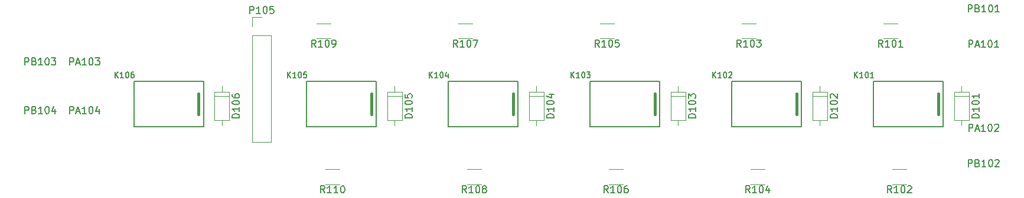
<source format=gto>
G04 #@! TF.FileFunction,Legend,Top*
%FSLAX46Y46*%
G04 Gerber Fmt 4.6, Leading zero omitted, Abs format (unit mm)*
G04 Created by KiCad (PCBNEW 4.0.4+e1-6308~48~ubuntu15.10.1-stable) date Fri Oct 20 15:41:00 2017*
%MOMM*%
%LPD*%
G01*
G04 APERTURE LIST*
%ADD10C,0.100000*%
%ADD11C,0.400000*%
%ADD12C,0.150000*%
%ADD13C,0.120000*%
%ADD14C,0.160000*%
G04 APERTURE END LIST*
D10*
D11*
X215765000Y-116125000D02*
X215765000Y-113125000D01*
D12*
X206465000Y-117875000D02*
X206465000Y-111375000D01*
X216465000Y-117875000D02*
X206465000Y-117875000D01*
X216465000Y-111375000D02*
X216465000Y-117875000D01*
X206465000Y-111375000D02*
X216465000Y-111375000D01*
D11*
X195445000Y-116125000D02*
X195445000Y-113125000D01*
D12*
X186145000Y-117875000D02*
X186145000Y-111375000D01*
X196145000Y-117875000D02*
X186145000Y-117875000D01*
X196145000Y-111375000D02*
X196145000Y-117875000D01*
X186145000Y-111375000D02*
X196145000Y-111375000D01*
D11*
X175125000Y-116125000D02*
X175125000Y-113125000D01*
D12*
X165825000Y-117875000D02*
X165825000Y-111375000D01*
X175825000Y-117875000D02*
X165825000Y-117875000D01*
X175825000Y-111375000D02*
X175825000Y-117875000D01*
X165825000Y-111375000D02*
X175825000Y-111375000D01*
D11*
X154805000Y-116125000D02*
X154805000Y-113125000D01*
D12*
X145505000Y-117875000D02*
X145505000Y-111375000D01*
X155505000Y-117875000D02*
X145505000Y-117875000D01*
X155505000Y-111375000D02*
X155505000Y-117875000D01*
X145505000Y-111375000D02*
X155505000Y-111375000D01*
D11*
X134485000Y-116125000D02*
X134485000Y-113125000D01*
D12*
X125185000Y-117875000D02*
X125185000Y-111375000D01*
X135185000Y-117875000D02*
X125185000Y-117875000D01*
X135185000Y-111375000D02*
X135185000Y-117875000D01*
X125185000Y-111375000D02*
X135185000Y-111375000D01*
D11*
X109720000Y-116125000D02*
X109720000Y-113125000D01*
D12*
X100420000Y-117875000D02*
X100420000Y-111375000D01*
X110420000Y-117875000D02*
X100420000Y-117875000D01*
X110420000Y-111375000D02*
X110420000Y-117875000D01*
X100420000Y-111375000D02*
X110420000Y-111375000D01*
D13*
X207915000Y-103070000D02*
X209915000Y-103070000D01*
X209915000Y-105210000D02*
X207915000Y-105210000D01*
X209185000Y-124025000D02*
X211185000Y-124025000D01*
X211185000Y-126165000D02*
X209185000Y-126165000D01*
X188865000Y-124025000D02*
X190865000Y-124025000D01*
X190865000Y-126165000D02*
X188865000Y-126165000D01*
X167275000Y-103070000D02*
X169275000Y-103070000D01*
X169275000Y-105210000D02*
X167275000Y-105210000D01*
X168545000Y-124025000D02*
X170545000Y-124025000D01*
X170545000Y-126165000D02*
X168545000Y-126165000D01*
X146955000Y-103070000D02*
X148955000Y-103070000D01*
X148955000Y-105210000D02*
X146955000Y-105210000D01*
X148225000Y-124025000D02*
X150225000Y-124025000D01*
X150225000Y-126165000D02*
X148225000Y-126165000D01*
X126635000Y-103070000D02*
X128635000Y-103070000D01*
X128635000Y-105210000D02*
X126635000Y-105210000D01*
X127905000Y-124025000D02*
X129905000Y-124025000D01*
X129905000Y-126165000D02*
X127905000Y-126165000D01*
X187595000Y-103070000D02*
X189595000Y-103070000D01*
X189595000Y-105210000D02*
X187595000Y-105210000D01*
X117415000Y-120075000D02*
X120075000Y-120075000D01*
X117415000Y-104775000D02*
X117415000Y-120075000D01*
X120075000Y-104775000D02*
X120075000Y-120075000D01*
X117415000Y-104775000D02*
X120075000Y-104775000D01*
X117415000Y-103505000D02*
X117415000Y-102175000D01*
X117415000Y-102175000D02*
X118745000Y-102175000D01*
X220135000Y-112875000D02*
X218015000Y-112875000D01*
X218015000Y-112875000D02*
X218015000Y-116995000D01*
X218015000Y-116995000D02*
X220135000Y-116995000D01*
X220135000Y-116995000D02*
X220135000Y-112875000D01*
X219075000Y-112105000D02*
X219075000Y-112875000D01*
X219075000Y-117765000D02*
X219075000Y-116995000D01*
X220135000Y-113535000D02*
X218015000Y-113535000D01*
X199815000Y-112875000D02*
X197695000Y-112875000D01*
X197695000Y-112875000D02*
X197695000Y-116995000D01*
X197695000Y-116995000D02*
X199815000Y-116995000D01*
X199815000Y-116995000D02*
X199815000Y-112875000D01*
X198755000Y-112105000D02*
X198755000Y-112875000D01*
X198755000Y-117765000D02*
X198755000Y-116995000D01*
X199815000Y-113535000D02*
X197695000Y-113535000D01*
X179495000Y-112875000D02*
X177375000Y-112875000D01*
X177375000Y-112875000D02*
X177375000Y-116995000D01*
X177375000Y-116995000D02*
X179495000Y-116995000D01*
X179495000Y-116995000D02*
X179495000Y-112875000D01*
X178435000Y-112105000D02*
X178435000Y-112875000D01*
X178435000Y-117765000D02*
X178435000Y-116995000D01*
X179495000Y-113535000D02*
X177375000Y-113535000D01*
X159175000Y-112875000D02*
X157055000Y-112875000D01*
X157055000Y-112875000D02*
X157055000Y-116995000D01*
X157055000Y-116995000D02*
X159175000Y-116995000D01*
X159175000Y-116995000D02*
X159175000Y-112875000D01*
X158115000Y-112105000D02*
X158115000Y-112875000D01*
X158115000Y-117765000D02*
X158115000Y-116995000D01*
X159175000Y-113535000D02*
X157055000Y-113535000D01*
X114090000Y-112875000D02*
X111970000Y-112875000D01*
X111970000Y-112875000D02*
X111970000Y-116995000D01*
X111970000Y-116995000D02*
X114090000Y-116995000D01*
X114090000Y-116995000D02*
X114090000Y-112875000D01*
X113030000Y-112105000D02*
X113030000Y-112875000D01*
X113030000Y-117765000D02*
X113030000Y-116995000D01*
X114090000Y-113535000D02*
X111970000Y-113535000D01*
X138855000Y-112875000D02*
X136735000Y-112875000D01*
X136735000Y-112875000D02*
X136735000Y-116995000D01*
X136735000Y-116995000D02*
X138855000Y-116995000D01*
X138855000Y-116995000D02*
X138855000Y-112875000D01*
X137795000Y-112105000D02*
X137795000Y-112875000D01*
X137795000Y-117765000D02*
X137795000Y-116995000D01*
X138855000Y-113535000D02*
X136735000Y-113535000D01*
D14*
X203752619Y-110851905D02*
X203752619Y-110051905D01*
X204209762Y-110851905D02*
X203866905Y-110394762D01*
X204209762Y-110051905D02*
X203752619Y-110509048D01*
X204971667Y-110851905D02*
X204514524Y-110851905D01*
X204743095Y-110851905D02*
X204743095Y-110051905D01*
X204666905Y-110166190D01*
X204590714Y-110242381D01*
X204514524Y-110280476D01*
X205466905Y-110051905D02*
X205543096Y-110051905D01*
X205619286Y-110090000D01*
X205657381Y-110128095D01*
X205695477Y-110204286D01*
X205733572Y-110356667D01*
X205733572Y-110547143D01*
X205695477Y-110699524D01*
X205657381Y-110775714D01*
X205619286Y-110813810D01*
X205543096Y-110851905D01*
X205466905Y-110851905D01*
X205390715Y-110813810D01*
X205352619Y-110775714D01*
X205314524Y-110699524D01*
X205276429Y-110547143D01*
X205276429Y-110356667D01*
X205314524Y-110204286D01*
X205352619Y-110128095D01*
X205390715Y-110090000D01*
X205466905Y-110051905D01*
X206495477Y-110851905D02*
X206038334Y-110851905D01*
X206266905Y-110851905D02*
X206266905Y-110051905D01*
X206190715Y-110166190D01*
X206114524Y-110242381D01*
X206038334Y-110280476D01*
X183432619Y-110851905D02*
X183432619Y-110051905D01*
X183889762Y-110851905D02*
X183546905Y-110394762D01*
X183889762Y-110051905D02*
X183432619Y-110509048D01*
X184651667Y-110851905D02*
X184194524Y-110851905D01*
X184423095Y-110851905D02*
X184423095Y-110051905D01*
X184346905Y-110166190D01*
X184270714Y-110242381D01*
X184194524Y-110280476D01*
X185146905Y-110051905D02*
X185223096Y-110051905D01*
X185299286Y-110090000D01*
X185337381Y-110128095D01*
X185375477Y-110204286D01*
X185413572Y-110356667D01*
X185413572Y-110547143D01*
X185375477Y-110699524D01*
X185337381Y-110775714D01*
X185299286Y-110813810D01*
X185223096Y-110851905D01*
X185146905Y-110851905D01*
X185070715Y-110813810D01*
X185032619Y-110775714D01*
X184994524Y-110699524D01*
X184956429Y-110547143D01*
X184956429Y-110356667D01*
X184994524Y-110204286D01*
X185032619Y-110128095D01*
X185070715Y-110090000D01*
X185146905Y-110051905D01*
X185718334Y-110128095D02*
X185756429Y-110090000D01*
X185832620Y-110051905D01*
X186023096Y-110051905D01*
X186099286Y-110090000D01*
X186137382Y-110128095D01*
X186175477Y-110204286D01*
X186175477Y-110280476D01*
X186137382Y-110394762D01*
X185680239Y-110851905D01*
X186175477Y-110851905D01*
X163112619Y-110851905D02*
X163112619Y-110051905D01*
X163569762Y-110851905D02*
X163226905Y-110394762D01*
X163569762Y-110051905D02*
X163112619Y-110509048D01*
X164331667Y-110851905D02*
X163874524Y-110851905D01*
X164103095Y-110851905D02*
X164103095Y-110051905D01*
X164026905Y-110166190D01*
X163950714Y-110242381D01*
X163874524Y-110280476D01*
X164826905Y-110051905D02*
X164903096Y-110051905D01*
X164979286Y-110090000D01*
X165017381Y-110128095D01*
X165055477Y-110204286D01*
X165093572Y-110356667D01*
X165093572Y-110547143D01*
X165055477Y-110699524D01*
X165017381Y-110775714D01*
X164979286Y-110813810D01*
X164903096Y-110851905D01*
X164826905Y-110851905D01*
X164750715Y-110813810D01*
X164712619Y-110775714D01*
X164674524Y-110699524D01*
X164636429Y-110547143D01*
X164636429Y-110356667D01*
X164674524Y-110204286D01*
X164712619Y-110128095D01*
X164750715Y-110090000D01*
X164826905Y-110051905D01*
X165360239Y-110051905D02*
X165855477Y-110051905D01*
X165588810Y-110356667D01*
X165703096Y-110356667D01*
X165779286Y-110394762D01*
X165817382Y-110432857D01*
X165855477Y-110509048D01*
X165855477Y-110699524D01*
X165817382Y-110775714D01*
X165779286Y-110813810D01*
X165703096Y-110851905D01*
X165474524Y-110851905D01*
X165398334Y-110813810D01*
X165360239Y-110775714D01*
X142792619Y-110851905D02*
X142792619Y-110051905D01*
X143249762Y-110851905D02*
X142906905Y-110394762D01*
X143249762Y-110051905D02*
X142792619Y-110509048D01*
X144011667Y-110851905D02*
X143554524Y-110851905D01*
X143783095Y-110851905D02*
X143783095Y-110051905D01*
X143706905Y-110166190D01*
X143630714Y-110242381D01*
X143554524Y-110280476D01*
X144506905Y-110051905D02*
X144583096Y-110051905D01*
X144659286Y-110090000D01*
X144697381Y-110128095D01*
X144735477Y-110204286D01*
X144773572Y-110356667D01*
X144773572Y-110547143D01*
X144735477Y-110699524D01*
X144697381Y-110775714D01*
X144659286Y-110813810D01*
X144583096Y-110851905D01*
X144506905Y-110851905D01*
X144430715Y-110813810D01*
X144392619Y-110775714D01*
X144354524Y-110699524D01*
X144316429Y-110547143D01*
X144316429Y-110356667D01*
X144354524Y-110204286D01*
X144392619Y-110128095D01*
X144430715Y-110090000D01*
X144506905Y-110051905D01*
X145459286Y-110318571D02*
X145459286Y-110851905D01*
X145268810Y-110013810D02*
X145078334Y-110585238D01*
X145573572Y-110585238D01*
X122472619Y-110851905D02*
X122472619Y-110051905D01*
X122929762Y-110851905D02*
X122586905Y-110394762D01*
X122929762Y-110051905D02*
X122472619Y-110509048D01*
X123691667Y-110851905D02*
X123234524Y-110851905D01*
X123463095Y-110851905D02*
X123463095Y-110051905D01*
X123386905Y-110166190D01*
X123310714Y-110242381D01*
X123234524Y-110280476D01*
X124186905Y-110051905D02*
X124263096Y-110051905D01*
X124339286Y-110090000D01*
X124377381Y-110128095D01*
X124415477Y-110204286D01*
X124453572Y-110356667D01*
X124453572Y-110547143D01*
X124415477Y-110699524D01*
X124377381Y-110775714D01*
X124339286Y-110813810D01*
X124263096Y-110851905D01*
X124186905Y-110851905D01*
X124110715Y-110813810D01*
X124072619Y-110775714D01*
X124034524Y-110699524D01*
X123996429Y-110547143D01*
X123996429Y-110356667D01*
X124034524Y-110204286D01*
X124072619Y-110128095D01*
X124110715Y-110090000D01*
X124186905Y-110051905D01*
X125177382Y-110051905D02*
X124796429Y-110051905D01*
X124758334Y-110432857D01*
X124796429Y-110394762D01*
X124872620Y-110356667D01*
X125063096Y-110356667D01*
X125139286Y-110394762D01*
X125177382Y-110432857D01*
X125215477Y-110509048D01*
X125215477Y-110699524D01*
X125177382Y-110775714D01*
X125139286Y-110813810D01*
X125063096Y-110851905D01*
X124872620Y-110851905D01*
X124796429Y-110813810D01*
X124758334Y-110775714D01*
X97707619Y-110851905D02*
X97707619Y-110051905D01*
X98164762Y-110851905D02*
X97821905Y-110394762D01*
X98164762Y-110051905D02*
X97707619Y-110509048D01*
X98926667Y-110851905D02*
X98469524Y-110851905D01*
X98698095Y-110851905D02*
X98698095Y-110051905D01*
X98621905Y-110166190D01*
X98545714Y-110242381D01*
X98469524Y-110280476D01*
X99421905Y-110051905D02*
X99498096Y-110051905D01*
X99574286Y-110090000D01*
X99612381Y-110128095D01*
X99650477Y-110204286D01*
X99688572Y-110356667D01*
X99688572Y-110547143D01*
X99650477Y-110699524D01*
X99612381Y-110775714D01*
X99574286Y-110813810D01*
X99498096Y-110851905D01*
X99421905Y-110851905D01*
X99345715Y-110813810D01*
X99307619Y-110775714D01*
X99269524Y-110699524D01*
X99231429Y-110547143D01*
X99231429Y-110356667D01*
X99269524Y-110204286D01*
X99307619Y-110128095D01*
X99345715Y-110090000D01*
X99421905Y-110051905D01*
X100374286Y-110051905D02*
X100221905Y-110051905D01*
X100145715Y-110090000D01*
X100107620Y-110128095D01*
X100031429Y-110242381D01*
X99993334Y-110394762D01*
X99993334Y-110699524D01*
X100031429Y-110775714D01*
X100069524Y-110813810D01*
X100145715Y-110851905D01*
X100298096Y-110851905D01*
X100374286Y-110813810D01*
X100412382Y-110775714D01*
X100450477Y-110699524D01*
X100450477Y-110509048D01*
X100412382Y-110432857D01*
X100374286Y-110394762D01*
X100298096Y-110356667D01*
X100145715Y-110356667D01*
X100069524Y-110394762D01*
X100031429Y-110432857D01*
X99993334Y-110509048D01*
D12*
X220130952Y-106497381D02*
X220130952Y-105497381D01*
X220511905Y-105497381D01*
X220607143Y-105545000D01*
X220654762Y-105592619D01*
X220702381Y-105687857D01*
X220702381Y-105830714D01*
X220654762Y-105925952D01*
X220607143Y-105973571D01*
X220511905Y-106021190D01*
X220130952Y-106021190D01*
X221083333Y-106211667D02*
X221559524Y-106211667D01*
X220988095Y-106497381D02*
X221321428Y-105497381D01*
X221654762Y-106497381D01*
X222511905Y-106497381D02*
X221940476Y-106497381D01*
X222226190Y-106497381D02*
X222226190Y-105497381D01*
X222130952Y-105640238D01*
X222035714Y-105735476D01*
X221940476Y-105783095D01*
X223130952Y-105497381D02*
X223226191Y-105497381D01*
X223321429Y-105545000D01*
X223369048Y-105592619D01*
X223416667Y-105687857D01*
X223464286Y-105878333D01*
X223464286Y-106116429D01*
X223416667Y-106306905D01*
X223369048Y-106402143D01*
X223321429Y-106449762D01*
X223226191Y-106497381D01*
X223130952Y-106497381D01*
X223035714Y-106449762D01*
X222988095Y-106402143D01*
X222940476Y-106306905D01*
X222892857Y-106116429D01*
X222892857Y-105878333D01*
X222940476Y-105687857D01*
X222988095Y-105592619D01*
X223035714Y-105545000D01*
X223130952Y-105497381D01*
X224416667Y-106497381D02*
X223845238Y-106497381D01*
X224130952Y-106497381D02*
X224130952Y-105497381D01*
X224035714Y-105640238D01*
X223940476Y-105735476D01*
X223845238Y-105783095D01*
X220130952Y-118562381D02*
X220130952Y-117562381D01*
X220511905Y-117562381D01*
X220607143Y-117610000D01*
X220654762Y-117657619D01*
X220702381Y-117752857D01*
X220702381Y-117895714D01*
X220654762Y-117990952D01*
X220607143Y-118038571D01*
X220511905Y-118086190D01*
X220130952Y-118086190D01*
X221083333Y-118276667D02*
X221559524Y-118276667D01*
X220988095Y-118562381D02*
X221321428Y-117562381D01*
X221654762Y-118562381D01*
X222511905Y-118562381D02*
X221940476Y-118562381D01*
X222226190Y-118562381D02*
X222226190Y-117562381D01*
X222130952Y-117705238D01*
X222035714Y-117800476D01*
X221940476Y-117848095D01*
X223130952Y-117562381D02*
X223226191Y-117562381D01*
X223321429Y-117610000D01*
X223369048Y-117657619D01*
X223416667Y-117752857D01*
X223464286Y-117943333D01*
X223464286Y-118181429D01*
X223416667Y-118371905D01*
X223369048Y-118467143D01*
X223321429Y-118514762D01*
X223226191Y-118562381D01*
X223130952Y-118562381D01*
X223035714Y-118514762D01*
X222988095Y-118467143D01*
X222940476Y-118371905D01*
X222892857Y-118181429D01*
X222892857Y-117943333D01*
X222940476Y-117752857D01*
X222988095Y-117657619D01*
X223035714Y-117610000D01*
X223130952Y-117562381D01*
X223845238Y-117657619D02*
X223892857Y-117610000D01*
X223988095Y-117562381D01*
X224226191Y-117562381D01*
X224321429Y-117610000D01*
X224369048Y-117657619D01*
X224416667Y-117752857D01*
X224416667Y-117848095D01*
X224369048Y-117990952D01*
X223797619Y-118562381D01*
X224416667Y-118562381D01*
X91225952Y-109037381D02*
X91225952Y-108037381D01*
X91606905Y-108037381D01*
X91702143Y-108085000D01*
X91749762Y-108132619D01*
X91797381Y-108227857D01*
X91797381Y-108370714D01*
X91749762Y-108465952D01*
X91702143Y-108513571D01*
X91606905Y-108561190D01*
X91225952Y-108561190D01*
X92178333Y-108751667D02*
X92654524Y-108751667D01*
X92083095Y-109037381D02*
X92416428Y-108037381D01*
X92749762Y-109037381D01*
X93606905Y-109037381D02*
X93035476Y-109037381D01*
X93321190Y-109037381D02*
X93321190Y-108037381D01*
X93225952Y-108180238D01*
X93130714Y-108275476D01*
X93035476Y-108323095D01*
X94225952Y-108037381D02*
X94321191Y-108037381D01*
X94416429Y-108085000D01*
X94464048Y-108132619D01*
X94511667Y-108227857D01*
X94559286Y-108418333D01*
X94559286Y-108656429D01*
X94511667Y-108846905D01*
X94464048Y-108942143D01*
X94416429Y-108989762D01*
X94321191Y-109037381D01*
X94225952Y-109037381D01*
X94130714Y-108989762D01*
X94083095Y-108942143D01*
X94035476Y-108846905D01*
X93987857Y-108656429D01*
X93987857Y-108418333D01*
X94035476Y-108227857D01*
X94083095Y-108132619D01*
X94130714Y-108085000D01*
X94225952Y-108037381D01*
X94892619Y-108037381D02*
X95511667Y-108037381D01*
X95178333Y-108418333D01*
X95321191Y-108418333D01*
X95416429Y-108465952D01*
X95464048Y-108513571D01*
X95511667Y-108608810D01*
X95511667Y-108846905D01*
X95464048Y-108942143D01*
X95416429Y-108989762D01*
X95321191Y-109037381D01*
X95035476Y-109037381D01*
X94940238Y-108989762D01*
X94892619Y-108942143D01*
X91225952Y-116022381D02*
X91225952Y-115022381D01*
X91606905Y-115022381D01*
X91702143Y-115070000D01*
X91749762Y-115117619D01*
X91797381Y-115212857D01*
X91797381Y-115355714D01*
X91749762Y-115450952D01*
X91702143Y-115498571D01*
X91606905Y-115546190D01*
X91225952Y-115546190D01*
X92178333Y-115736667D02*
X92654524Y-115736667D01*
X92083095Y-116022381D02*
X92416428Y-115022381D01*
X92749762Y-116022381D01*
X93606905Y-116022381D02*
X93035476Y-116022381D01*
X93321190Y-116022381D02*
X93321190Y-115022381D01*
X93225952Y-115165238D01*
X93130714Y-115260476D01*
X93035476Y-115308095D01*
X94225952Y-115022381D02*
X94321191Y-115022381D01*
X94416429Y-115070000D01*
X94464048Y-115117619D01*
X94511667Y-115212857D01*
X94559286Y-115403333D01*
X94559286Y-115641429D01*
X94511667Y-115831905D01*
X94464048Y-115927143D01*
X94416429Y-115974762D01*
X94321191Y-116022381D01*
X94225952Y-116022381D01*
X94130714Y-115974762D01*
X94083095Y-115927143D01*
X94035476Y-115831905D01*
X93987857Y-115641429D01*
X93987857Y-115403333D01*
X94035476Y-115212857D01*
X94083095Y-115117619D01*
X94130714Y-115070000D01*
X94225952Y-115022381D01*
X95416429Y-115355714D02*
X95416429Y-116022381D01*
X95178333Y-114974762D02*
X94940238Y-115689048D01*
X95559286Y-115689048D01*
X220059524Y-101417381D02*
X220059524Y-100417381D01*
X220440477Y-100417381D01*
X220535715Y-100465000D01*
X220583334Y-100512619D01*
X220630953Y-100607857D01*
X220630953Y-100750714D01*
X220583334Y-100845952D01*
X220535715Y-100893571D01*
X220440477Y-100941190D01*
X220059524Y-100941190D01*
X221392858Y-100893571D02*
X221535715Y-100941190D01*
X221583334Y-100988810D01*
X221630953Y-101084048D01*
X221630953Y-101226905D01*
X221583334Y-101322143D01*
X221535715Y-101369762D01*
X221440477Y-101417381D01*
X221059524Y-101417381D01*
X221059524Y-100417381D01*
X221392858Y-100417381D01*
X221488096Y-100465000D01*
X221535715Y-100512619D01*
X221583334Y-100607857D01*
X221583334Y-100703095D01*
X221535715Y-100798333D01*
X221488096Y-100845952D01*
X221392858Y-100893571D01*
X221059524Y-100893571D01*
X222583334Y-101417381D02*
X222011905Y-101417381D01*
X222297619Y-101417381D02*
X222297619Y-100417381D01*
X222202381Y-100560238D01*
X222107143Y-100655476D01*
X222011905Y-100703095D01*
X223202381Y-100417381D02*
X223297620Y-100417381D01*
X223392858Y-100465000D01*
X223440477Y-100512619D01*
X223488096Y-100607857D01*
X223535715Y-100798333D01*
X223535715Y-101036429D01*
X223488096Y-101226905D01*
X223440477Y-101322143D01*
X223392858Y-101369762D01*
X223297620Y-101417381D01*
X223202381Y-101417381D01*
X223107143Y-101369762D01*
X223059524Y-101322143D01*
X223011905Y-101226905D01*
X222964286Y-101036429D01*
X222964286Y-100798333D01*
X223011905Y-100607857D01*
X223059524Y-100512619D01*
X223107143Y-100465000D01*
X223202381Y-100417381D01*
X224488096Y-101417381D02*
X223916667Y-101417381D01*
X224202381Y-101417381D02*
X224202381Y-100417381D01*
X224107143Y-100560238D01*
X224011905Y-100655476D01*
X223916667Y-100703095D01*
X220059524Y-123642381D02*
X220059524Y-122642381D01*
X220440477Y-122642381D01*
X220535715Y-122690000D01*
X220583334Y-122737619D01*
X220630953Y-122832857D01*
X220630953Y-122975714D01*
X220583334Y-123070952D01*
X220535715Y-123118571D01*
X220440477Y-123166190D01*
X220059524Y-123166190D01*
X221392858Y-123118571D02*
X221535715Y-123166190D01*
X221583334Y-123213810D01*
X221630953Y-123309048D01*
X221630953Y-123451905D01*
X221583334Y-123547143D01*
X221535715Y-123594762D01*
X221440477Y-123642381D01*
X221059524Y-123642381D01*
X221059524Y-122642381D01*
X221392858Y-122642381D01*
X221488096Y-122690000D01*
X221535715Y-122737619D01*
X221583334Y-122832857D01*
X221583334Y-122928095D01*
X221535715Y-123023333D01*
X221488096Y-123070952D01*
X221392858Y-123118571D01*
X221059524Y-123118571D01*
X222583334Y-123642381D02*
X222011905Y-123642381D01*
X222297619Y-123642381D02*
X222297619Y-122642381D01*
X222202381Y-122785238D01*
X222107143Y-122880476D01*
X222011905Y-122928095D01*
X223202381Y-122642381D02*
X223297620Y-122642381D01*
X223392858Y-122690000D01*
X223440477Y-122737619D01*
X223488096Y-122832857D01*
X223535715Y-123023333D01*
X223535715Y-123261429D01*
X223488096Y-123451905D01*
X223440477Y-123547143D01*
X223392858Y-123594762D01*
X223297620Y-123642381D01*
X223202381Y-123642381D01*
X223107143Y-123594762D01*
X223059524Y-123547143D01*
X223011905Y-123451905D01*
X222964286Y-123261429D01*
X222964286Y-123023333D01*
X223011905Y-122832857D01*
X223059524Y-122737619D01*
X223107143Y-122690000D01*
X223202381Y-122642381D01*
X223916667Y-122737619D02*
X223964286Y-122690000D01*
X224059524Y-122642381D01*
X224297620Y-122642381D01*
X224392858Y-122690000D01*
X224440477Y-122737619D01*
X224488096Y-122832857D01*
X224488096Y-122928095D01*
X224440477Y-123070952D01*
X223869048Y-123642381D01*
X224488096Y-123642381D01*
X84804524Y-109037381D02*
X84804524Y-108037381D01*
X85185477Y-108037381D01*
X85280715Y-108085000D01*
X85328334Y-108132619D01*
X85375953Y-108227857D01*
X85375953Y-108370714D01*
X85328334Y-108465952D01*
X85280715Y-108513571D01*
X85185477Y-108561190D01*
X84804524Y-108561190D01*
X86137858Y-108513571D02*
X86280715Y-108561190D01*
X86328334Y-108608810D01*
X86375953Y-108704048D01*
X86375953Y-108846905D01*
X86328334Y-108942143D01*
X86280715Y-108989762D01*
X86185477Y-109037381D01*
X85804524Y-109037381D01*
X85804524Y-108037381D01*
X86137858Y-108037381D01*
X86233096Y-108085000D01*
X86280715Y-108132619D01*
X86328334Y-108227857D01*
X86328334Y-108323095D01*
X86280715Y-108418333D01*
X86233096Y-108465952D01*
X86137858Y-108513571D01*
X85804524Y-108513571D01*
X87328334Y-109037381D02*
X86756905Y-109037381D01*
X87042619Y-109037381D02*
X87042619Y-108037381D01*
X86947381Y-108180238D01*
X86852143Y-108275476D01*
X86756905Y-108323095D01*
X87947381Y-108037381D02*
X88042620Y-108037381D01*
X88137858Y-108085000D01*
X88185477Y-108132619D01*
X88233096Y-108227857D01*
X88280715Y-108418333D01*
X88280715Y-108656429D01*
X88233096Y-108846905D01*
X88185477Y-108942143D01*
X88137858Y-108989762D01*
X88042620Y-109037381D01*
X87947381Y-109037381D01*
X87852143Y-108989762D01*
X87804524Y-108942143D01*
X87756905Y-108846905D01*
X87709286Y-108656429D01*
X87709286Y-108418333D01*
X87756905Y-108227857D01*
X87804524Y-108132619D01*
X87852143Y-108085000D01*
X87947381Y-108037381D01*
X88614048Y-108037381D02*
X89233096Y-108037381D01*
X88899762Y-108418333D01*
X89042620Y-108418333D01*
X89137858Y-108465952D01*
X89185477Y-108513571D01*
X89233096Y-108608810D01*
X89233096Y-108846905D01*
X89185477Y-108942143D01*
X89137858Y-108989762D01*
X89042620Y-109037381D01*
X88756905Y-109037381D01*
X88661667Y-108989762D01*
X88614048Y-108942143D01*
X84804524Y-116022381D02*
X84804524Y-115022381D01*
X85185477Y-115022381D01*
X85280715Y-115070000D01*
X85328334Y-115117619D01*
X85375953Y-115212857D01*
X85375953Y-115355714D01*
X85328334Y-115450952D01*
X85280715Y-115498571D01*
X85185477Y-115546190D01*
X84804524Y-115546190D01*
X86137858Y-115498571D02*
X86280715Y-115546190D01*
X86328334Y-115593810D01*
X86375953Y-115689048D01*
X86375953Y-115831905D01*
X86328334Y-115927143D01*
X86280715Y-115974762D01*
X86185477Y-116022381D01*
X85804524Y-116022381D01*
X85804524Y-115022381D01*
X86137858Y-115022381D01*
X86233096Y-115070000D01*
X86280715Y-115117619D01*
X86328334Y-115212857D01*
X86328334Y-115308095D01*
X86280715Y-115403333D01*
X86233096Y-115450952D01*
X86137858Y-115498571D01*
X85804524Y-115498571D01*
X87328334Y-116022381D02*
X86756905Y-116022381D01*
X87042619Y-116022381D02*
X87042619Y-115022381D01*
X86947381Y-115165238D01*
X86852143Y-115260476D01*
X86756905Y-115308095D01*
X87947381Y-115022381D02*
X88042620Y-115022381D01*
X88137858Y-115070000D01*
X88185477Y-115117619D01*
X88233096Y-115212857D01*
X88280715Y-115403333D01*
X88280715Y-115641429D01*
X88233096Y-115831905D01*
X88185477Y-115927143D01*
X88137858Y-115974762D01*
X88042620Y-116022381D01*
X87947381Y-116022381D01*
X87852143Y-115974762D01*
X87804524Y-115927143D01*
X87756905Y-115831905D01*
X87709286Y-115641429D01*
X87709286Y-115403333D01*
X87756905Y-115212857D01*
X87804524Y-115117619D01*
X87852143Y-115070000D01*
X87947381Y-115022381D01*
X89137858Y-115355714D02*
X89137858Y-116022381D01*
X88899762Y-114974762D02*
X88661667Y-115689048D01*
X89280715Y-115689048D01*
X207795953Y-106442381D02*
X207462619Y-105966190D01*
X207224524Y-106442381D02*
X207224524Y-105442381D01*
X207605477Y-105442381D01*
X207700715Y-105490000D01*
X207748334Y-105537619D01*
X207795953Y-105632857D01*
X207795953Y-105775714D01*
X207748334Y-105870952D01*
X207700715Y-105918571D01*
X207605477Y-105966190D01*
X207224524Y-105966190D01*
X208748334Y-106442381D02*
X208176905Y-106442381D01*
X208462619Y-106442381D02*
X208462619Y-105442381D01*
X208367381Y-105585238D01*
X208272143Y-105680476D01*
X208176905Y-105728095D01*
X209367381Y-105442381D02*
X209462620Y-105442381D01*
X209557858Y-105490000D01*
X209605477Y-105537619D01*
X209653096Y-105632857D01*
X209700715Y-105823333D01*
X209700715Y-106061429D01*
X209653096Y-106251905D01*
X209605477Y-106347143D01*
X209557858Y-106394762D01*
X209462620Y-106442381D01*
X209367381Y-106442381D01*
X209272143Y-106394762D01*
X209224524Y-106347143D01*
X209176905Y-106251905D01*
X209129286Y-106061429D01*
X209129286Y-105823333D01*
X209176905Y-105632857D01*
X209224524Y-105537619D01*
X209272143Y-105490000D01*
X209367381Y-105442381D01*
X210653096Y-106442381D02*
X210081667Y-106442381D01*
X210367381Y-106442381D02*
X210367381Y-105442381D01*
X210272143Y-105585238D01*
X210176905Y-105680476D01*
X210081667Y-105728095D01*
X209065953Y-127397381D02*
X208732619Y-126921190D01*
X208494524Y-127397381D02*
X208494524Y-126397381D01*
X208875477Y-126397381D01*
X208970715Y-126445000D01*
X209018334Y-126492619D01*
X209065953Y-126587857D01*
X209065953Y-126730714D01*
X209018334Y-126825952D01*
X208970715Y-126873571D01*
X208875477Y-126921190D01*
X208494524Y-126921190D01*
X210018334Y-127397381D02*
X209446905Y-127397381D01*
X209732619Y-127397381D02*
X209732619Y-126397381D01*
X209637381Y-126540238D01*
X209542143Y-126635476D01*
X209446905Y-126683095D01*
X210637381Y-126397381D02*
X210732620Y-126397381D01*
X210827858Y-126445000D01*
X210875477Y-126492619D01*
X210923096Y-126587857D01*
X210970715Y-126778333D01*
X210970715Y-127016429D01*
X210923096Y-127206905D01*
X210875477Y-127302143D01*
X210827858Y-127349762D01*
X210732620Y-127397381D01*
X210637381Y-127397381D01*
X210542143Y-127349762D01*
X210494524Y-127302143D01*
X210446905Y-127206905D01*
X210399286Y-127016429D01*
X210399286Y-126778333D01*
X210446905Y-126587857D01*
X210494524Y-126492619D01*
X210542143Y-126445000D01*
X210637381Y-126397381D01*
X211351667Y-126492619D02*
X211399286Y-126445000D01*
X211494524Y-126397381D01*
X211732620Y-126397381D01*
X211827858Y-126445000D01*
X211875477Y-126492619D01*
X211923096Y-126587857D01*
X211923096Y-126683095D01*
X211875477Y-126825952D01*
X211304048Y-127397381D01*
X211923096Y-127397381D01*
X188745953Y-127397381D02*
X188412619Y-126921190D01*
X188174524Y-127397381D02*
X188174524Y-126397381D01*
X188555477Y-126397381D01*
X188650715Y-126445000D01*
X188698334Y-126492619D01*
X188745953Y-126587857D01*
X188745953Y-126730714D01*
X188698334Y-126825952D01*
X188650715Y-126873571D01*
X188555477Y-126921190D01*
X188174524Y-126921190D01*
X189698334Y-127397381D02*
X189126905Y-127397381D01*
X189412619Y-127397381D02*
X189412619Y-126397381D01*
X189317381Y-126540238D01*
X189222143Y-126635476D01*
X189126905Y-126683095D01*
X190317381Y-126397381D02*
X190412620Y-126397381D01*
X190507858Y-126445000D01*
X190555477Y-126492619D01*
X190603096Y-126587857D01*
X190650715Y-126778333D01*
X190650715Y-127016429D01*
X190603096Y-127206905D01*
X190555477Y-127302143D01*
X190507858Y-127349762D01*
X190412620Y-127397381D01*
X190317381Y-127397381D01*
X190222143Y-127349762D01*
X190174524Y-127302143D01*
X190126905Y-127206905D01*
X190079286Y-127016429D01*
X190079286Y-126778333D01*
X190126905Y-126587857D01*
X190174524Y-126492619D01*
X190222143Y-126445000D01*
X190317381Y-126397381D01*
X191507858Y-126730714D02*
X191507858Y-127397381D01*
X191269762Y-126349762D02*
X191031667Y-127064048D01*
X191650715Y-127064048D01*
X167155953Y-106442381D02*
X166822619Y-105966190D01*
X166584524Y-106442381D02*
X166584524Y-105442381D01*
X166965477Y-105442381D01*
X167060715Y-105490000D01*
X167108334Y-105537619D01*
X167155953Y-105632857D01*
X167155953Y-105775714D01*
X167108334Y-105870952D01*
X167060715Y-105918571D01*
X166965477Y-105966190D01*
X166584524Y-105966190D01*
X168108334Y-106442381D02*
X167536905Y-106442381D01*
X167822619Y-106442381D02*
X167822619Y-105442381D01*
X167727381Y-105585238D01*
X167632143Y-105680476D01*
X167536905Y-105728095D01*
X168727381Y-105442381D02*
X168822620Y-105442381D01*
X168917858Y-105490000D01*
X168965477Y-105537619D01*
X169013096Y-105632857D01*
X169060715Y-105823333D01*
X169060715Y-106061429D01*
X169013096Y-106251905D01*
X168965477Y-106347143D01*
X168917858Y-106394762D01*
X168822620Y-106442381D01*
X168727381Y-106442381D01*
X168632143Y-106394762D01*
X168584524Y-106347143D01*
X168536905Y-106251905D01*
X168489286Y-106061429D01*
X168489286Y-105823333D01*
X168536905Y-105632857D01*
X168584524Y-105537619D01*
X168632143Y-105490000D01*
X168727381Y-105442381D01*
X169965477Y-105442381D02*
X169489286Y-105442381D01*
X169441667Y-105918571D01*
X169489286Y-105870952D01*
X169584524Y-105823333D01*
X169822620Y-105823333D01*
X169917858Y-105870952D01*
X169965477Y-105918571D01*
X170013096Y-106013810D01*
X170013096Y-106251905D01*
X169965477Y-106347143D01*
X169917858Y-106394762D01*
X169822620Y-106442381D01*
X169584524Y-106442381D01*
X169489286Y-106394762D01*
X169441667Y-106347143D01*
X168425953Y-127397381D02*
X168092619Y-126921190D01*
X167854524Y-127397381D02*
X167854524Y-126397381D01*
X168235477Y-126397381D01*
X168330715Y-126445000D01*
X168378334Y-126492619D01*
X168425953Y-126587857D01*
X168425953Y-126730714D01*
X168378334Y-126825952D01*
X168330715Y-126873571D01*
X168235477Y-126921190D01*
X167854524Y-126921190D01*
X169378334Y-127397381D02*
X168806905Y-127397381D01*
X169092619Y-127397381D02*
X169092619Y-126397381D01*
X168997381Y-126540238D01*
X168902143Y-126635476D01*
X168806905Y-126683095D01*
X169997381Y-126397381D02*
X170092620Y-126397381D01*
X170187858Y-126445000D01*
X170235477Y-126492619D01*
X170283096Y-126587857D01*
X170330715Y-126778333D01*
X170330715Y-127016429D01*
X170283096Y-127206905D01*
X170235477Y-127302143D01*
X170187858Y-127349762D01*
X170092620Y-127397381D01*
X169997381Y-127397381D01*
X169902143Y-127349762D01*
X169854524Y-127302143D01*
X169806905Y-127206905D01*
X169759286Y-127016429D01*
X169759286Y-126778333D01*
X169806905Y-126587857D01*
X169854524Y-126492619D01*
X169902143Y-126445000D01*
X169997381Y-126397381D01*
X171187858Y-126397381D02*
X170997381Y-126397381D01*
X170902143Y-126445000D01*
X170854524Y-126492619D01*
X170759286Y-126635476D01*
X170711667Y-126825952D01*
X170711667Y-127206905D01*
X170759286Y-127302143D01*
X170806905Y-127349762D01*
X170902143Y-127397381D01*
X171092620Y-127397381D01*
X171187858Y-127349762D01*
X171235477Y-127302143D01*
X171283096Y-127206905D01*
X171283096Y-126968810D01*
X171235477Y-126873571D01*
X171187858Y-126825952D01*
X171092620Y-126778333D01*
X170902143Y-126778333D01*
X170806905Y-126825952D01*
X170759286Y-126873571D01*
X170711667Y-126968810D01*
X146835953Y-106442381D02*
X146502619Y-105966190D01*
X146264524Y-106442381D02*
X146264524Y-105442381D01*
X146645477Y-105442381D01*
X146740715Y-105490000D01*
X146788334Y-105537619D01*
X146835953Y-105632857D01*
X146835953Y-105775714D01*
X146788334Y-105870952D01*
X146740715Y-105918571D01*
X146645477Y-105966190D01*
X146264524Y-105966190D01*
X147788334Y-106442381D02*
X147216905Y-106442381D01*
X147502619Y-106442381D02*
X147502619Y-105442381D01*
X147407381Y-105585238D01*
X147312143Y-105680476D01*
X147216905Y-105728095D01*
X148407381Y-105442381D02*
X148502620Y-105442381D01*
X148597858Y-105490000D01*
X148645477Y-105537619D01*
X148693096Y-105632857D01*
X148740715Y-105823333D01*
X148740715Y-106061429D01*
X148693096Y-106251905D01*
X148645477Y-106347143D01*
X148597858Y-106394762D01*
X148502620Y-106442381D01*
X148407381Y-106442381D01*
X148312143Y-106394762D01*
X148264524Y-106347143D01*
X148216905Y-106251905D01*
X148169286Y-106061429D01*
X148169286Y-105823333D01*
X148216905Y-105632857D01*
X148264524Y-105537619D01*
X148312143Y-105490000D01*
X148407381Y-105442381D01*
X149074048Y-105442381D02*
X149740715Y-105442381D01*
X149312143Y-106442381D01*
X148105953Y-127397381D02*
X147772619Y-126921190D01*
X147534524Y-127397381D02*
X147534524Y-126397381D01*
X147915477Y-126397381D01*
X148010715Y-126445000D01*
X148058334Y-126492619D01*
X148105953Y-126587857D01*
X148105953Y-126730714D01*
X148058334Y-126825952D01*
X148010715Y-126873571D01*
X147915477Y-126921190D01*
X147534524Y-126921190D01*
X149058334Y-127397381D02*
X148486905Y-127397381D01*
X148772619Y-127397381D02*
X148772619Y-126397381D01*
X148677381Y-126540238D01*
X148582143Y-126635476D01*
X148486905Y-126683095D01*
X149677381Y-126397381D02*
X149772620Y-126397381D01*
X149867858Y-126445000D01*
X149915477Y-126492619D01*
X149963096Y-126587857D01*
X150010715Y-126778333D01*
X150010715Y-127016429D01*
X149963096Y-127206905D01*
X149915477Y-127302143D01*
X149867858Y-127349762D01*
X149772620Y-127397381D01*
X149677381Y-127397381D01*
X149582143Y-127349762D01*
X149534524Y-127302143D01*
X149486905Y-127206905D01*
X149439286Y-127016429D01*
X149439286Y-126778333D01*
X149486905Y-126587857D01*
X149534524Y-126492619D01*
X149582143Y-126445000D01*
X149677381Y-126397381D01*
X150582143Y-126825952D02*
X150486905Y-126778333D01*
X150439286Y-126730714D01*
X150391667Y-126635476D01*
X150391667Y-126587857D01*
X150439286Y-126492619D01*
X150486905Y-126445000D01*
X150582143Y-126397381D01*
X150772620Y-126397381D01*
X150867858Y-126445000D01*
X150915477Y-126492619D01*
X150963096Y-126587857D01*
X150963096Y-126635476D01*
X150915477Y-126730714D01*
X150867858Y-126778333D01*
X150772620Y-126825952D01*
X150582143Y-126825952D01*
X150486905Y-126873571D01*
X150439286Y-126921190D01*
X150391667Y-127016429D01*
X150391667Y-127206905D01*
X150439286Y-127302143D01*
X150486905Y-127349762D01*
X150582143Y-127397381D01*
X150772620Y-127397381D01*
X150867858Y-127349762D01*
X150915477Y-127302143D01*
X150963096Y-127206905D01*
X150963096Y-127016429D01*
X150915477Y-126921190D01*
X150867858Y-126873571D01*
X150772620Y-126825952D01*
X126515953Y-106442381D02*
X126182619Y-105966190D01*
X125944524Y-106442381D02*
X125944524Y-105442381D01*
X126325477Y-105442381D01*
X126420715Y-105490000D01*
X126468334Y-105537619D01*
X126515953Y-105632857D01*
X126515953Y-105775714D01*
X126468334Y-105870952D01*
X126420715Y-105918571D01*
X126325477Y-105966190D01*
X125944524Y-105966190D01*
X127468334Y-106442381D02*
X126896905Y-106442381D01*
X127182619Y-106442381D02*
X127182619Y-105442381D01*
X127087381Y-105585238D01*
X126992143Y-105680476D01*
X126896905Y-105728095D01*
X128087381Y-105442381D02*
X128182620Y-105442381D01*
X128277858Y-105490000D01*
X128325477Y-105537619D01*
X128373096Y-105632857D01*
X128420715Y-105823333D01*
X128420715Y-106061429D01*
X128373096Y-106251905D01*
X128325477Y-106347143D01*
X128277858Y-106394762D01*
X128182620Y-106442381D01*
X128087381Y-106442381D01*
X127992143Y-106394762D01*
X127944524Y-106347143D01*
X127896905Y-106251905D01*
X127849286Y-106061429D01*
X127849286Y-105823333D01*
X127896905Y-105632857D01*
X127944524Y-105537619D01*
X127992143Y-105490000D01*
X128087381Y-105442381D01*
X128896905Y-106442381D02*
X129087381Y-106442381D01*
X129182620Y-106394762D01*
X129230239Y-106347143D01*
X129325477Y-106204286D01*
X129373096Y-106013810D01*
X129373096Y-105632857D01*
X129325477Y-105537619D01*
X129277858Y-105490000D01*
X129182620Y-105442381D01*
X128992143Y-105442381D01*
X128896905Y-105490000D01*
X128849286Y-105537619D01*
X128801667Y-105632857D01*
X128801667Y-105870952D01*
X128849286Y-105966190D01*
X128896905Y-106013810D01*
X128992143Y-106061429D01*
X129182620Y-106061429D01*
X129277858Y-106013810D01*
X129325477Y-105966190D01*
X129373096Y-105870952D01*
X127785953Y-127397381D02*
X127452619Y-126921190D01*
X127214524Y-127397381D02*
X127214524Y-126397381D01*
X127595477Y-126397381D01*
X127690715Y-126445000D01*
X127738334Y-126492619D01*
X127785953Y-126587857D01*
X127785953Y-126730714D01*
X127738334Y-126825952D01*
X127690715Y-126873571D01*
X127595477Y-126921190D01*
X127214524Y-126921190D01*
X128738334Y-127397381D02*
X128166905Y-127397381D01*
X128452619Y-127397381D02*
X128452619Y-126397381D01*
X128357381Y-126540238D01*
X128262143Y-126635476D01*
X128166905Y-126683095D01*
X129690715Y-127397381D02*
X129119286Y-127397381D01*
X129405000Y-127397381D02*
X129405000Y-126397381D01*
X129309762Y-126540238D01*
X129214524Y-126635476D01*
X129119286Y-126683095D01*
X130309762Y-126397381D02*
X130405001Y-126397381D01*
X130500239Y-126445000D01*
X130547858Y-126492619D01*
X130595477Y-126587857D01*
X130643096Y-126778333D01*
X130643096Y-127016429D01*
X130595477Y-127206905D01*
X130547858Y-127302143D01*
X130500239Y-127349762D01*
X130405001Y-127397381D01*
X130309762Y-127397381D01*
X130214524Y-127349762D01*
X130166905Y-127302143D01*
X130119286Y-127206905D01*
X130071667Y-127016429D01*
X130071667Y-126778333D01*
X130119286Y-126587857D01*
X130166905Y-126492619D01*
X130214524Y-126445000D01*
X130309762Y-126397381D01*
X187475953Y-106442381D02*
X187142619Y-105966190D01*
X186904524Y-106442381D02*
X186904524Y-105442381D01*
X187285477Y-105442381D01*
X187380715Y-105490000D01*
X187428334Y-105537619D01*
X187475953Y-105632857D01*
X187475953Y-105775714D01*
X187428334Y-105870952D01*
X187380715Y-105918571D01*
X187285477Y-105966190D01*
X186904524Y-105966190D01*
X188428334Y-106442381D02*
X187856905Y-106442381D01*
X188142619Y-106442381D02*
X188142619Y-105442381D01*
X188047381Y-105585238D01*
X187952143Y-105680476D01*
X187856905Y-105728095D01*
X189047381Y-105442381D02*
X189142620Y-105442381D01*
X189237858Y-105490000D01*
X189285477Y-105537619D01*
X189333096Y-105632857D01*
X189380715Y-105823333D01*
X189380715Y-106061429D01*
X189333096Y-106251905D01*
X189285477Y-106347143D01*
X189237858Y-106394762D01*
X189142620Y-106442381D01*
X189047381Y-106442381D01*
X188952143Y-106394762D01*
X188904524Y-106347143D01*
X188856905Y-106251905D01*
X188809286Y-106061429D01*
X188809286Y-105823333D01*
X188856905Y-105632857D01*
X188904524Y-105537619D01*
X188952143Y-105490000D01*
X189047381Y-105442381D01*
X189714048Y-105442381D02*
X190333096Y-105442381D01*
X189999762Y-105823333D01*
X190142620Y-105823333D01*
X190237858Y-105870952D01*
X190285477Y-105918571D01*
X190333096Y-106013810D01*
X190333096Y-106251905D01*
X190285477Y-106347143D01*
X190237858Y-106394762D01*
X190142620Y-106442381D01*
X189856905Y-106442381D01*
X189761667Y-106394762D01*
X189714048Y-106347143D01*
X117054524Y-101627381D02*
X117054524Y-100627381D01*
X117435477Y-100627381D01*
X117530715Y-100675000D01*
X117578334Y-100722619D01*
X117625953Y-100817857D01*
X117625953Y-100960714D01*
X117578334Y-101055952D01*
X117530715Y-101103571D01*
X117435477Y-101151190D01*
X117054524Y-101151190D01*
X118578334Y-101627381D02*
X118006905Y-101627381D01*
X118292619Y-101627381D02*
X118292619Y-100627381D01*
X118197381Y-100770238D01*
X118102143Y-100865476D01*
X118006905Y-100913095D01*
X119197381Y-100627381D02*
X119292620Y-100627381D01*
X119387858Y-100675000D01*
X119435477Y-100722619D01*
X119483096Y-100817857D01*
X119530715Y-101008333D01*
X119530715Y-101246429D01*
X119483096Y-101436905D01*
X119435477Y-101532143D01*
X119387858Y-101579762D01*
X119292620Y-101627381D01*
X119197381Y-101627381D01*
X119102143Y-101579762D01*
X119054524Y-101532143D01*
X119006905Y-101436905D01*
X118959286Y-101246429D01*
X118959286Y-101008333D01*
X119006905Y-100817857D01*
X119054524Y-100722619D01*
X119102143Y-100675000D01*
X119197381Y-100627381D01*
X120435477Y-100627381D02*
X119959286Y-100627381D01*
X119911667Y-101103571D01*
X119959286Y-101055952D01*
X120054524Y-101008333D01*
X120292620Y-101008333D01*
X120387858Y-101055952D01*
X120435477Y-101103571D01*
X120483096Y-101198810D01*
X120483096Y-101436905D01*
X120435477Y-101532143D01*
X120387858Y-101579762D01*
X120292620Y-101627381D01*
X120054524Y-101627381D01*
X119959286Y-101579762D01*
X119911667Y-101532143D01*
X221587381Y-116625476D02*
X220587381Y-116625476D01*
X220587381Y-116387381D01*
X220635000Y-116244523D01*
X220730238Y-116149285D01*
X220825476Y-116101666D01*
X221015952Y-116054047D01*
X221158810Y-116054047D01*
X221349286Y-116101666D01*
X221444524Y-116149285D01*
X221539762Y-116244523D01*
X221587381Y-116387381D01*
X221587381Y-116625476D01*
X221587381Y-115101666D02*
X221587381Y-115673095D01*
X221587381Y-115387381D02*
X220587381Y-115387381D01*
X220730238Y-115482619D01*
X220825476Y-115577857D01*
X220873095Y-115673095D01*
X220587381Y-114482619D02*
X220587381Y-114387380D01*
X220635000Y-114292142D01*
X220682619Y-114244523D01*
X220777857Y-114196904D01*
X220968333Y-114149285D01*
X221206429Y-114149285D01*
X221396905Y-114196904D01*
X221492143Y-114244523D01*
X221539762Y-114292142D01*
X221587381Y-114387380D01*
X221587381Y-114482619D01*
X221539762Y-114577857D01*
X221492143Y-114625476D01*
X221396905Y-114673095D01*
X221206429Y-114720714D01*
X220968333Y-114720714D01*
X220777857Y-114673095D01*
X220682619Y-114625476D01*
X220635000Y-114577857D01*
X220587381Y-114482619D01*
X221587381Y-113196904D02*
X221587381Y-113768333D01*
X221587381Y-113482619D02*
X220587381Y-113482619D01*
X220730238Y-113577857D01*
X220825476Y-113673095D01*
X220873095Y-113768333D01*
X201267381Y-116625476D02*
X200267381Y-116625476D01*
X200267381Y-116387381D01*
X200315000Y-116244523D01*
X200410238Y-116149285D01*
X200505476Y-116101666D01*
X200695952Y-116054047D01*
X200838810Y-116054047D01*
X201029286Y-116101666D01*
X201124524Y-116149285D01*
X201219762Y-116244523D01*
X201267381Y-116387381D01*
X201267381Y-116625476D01*
X201267381Y-115101666D02*
X201267381Y-115673095D01*
X201267381Y-115387381D02*
X200267381Y-115387381D01*
X200410238Y-115482619D01*
X200505476Y-115577857D01*
X200553095Y-115673095D01*
X200267381Y-114482619D02*
X200267381Y-114387380D01*
X200315000Y-114292142D01*
X200362619Y-114244523D01*
X200457857Y-114196904D01*
X200648333Y-114149285D01*
X200886429Y-114149285D01*
X201076905Y-114196904D01*
X201172143Y-114244523D01*
X201219762Y-114292142D01*
X201267381Y-114387380D01*
X201267381Y-114482619D01*
X201219762Y-114577857D01*
X201172143Y-114625476D01*
X201076905Y-114673095D01*
X200886429Y-114720714D01*
X200648333Y-114720714D01*
X200457857Y-114673095D01*
X200362619Y-114625476D01*
X200315000Y-114577857D01*
X200267381Y-114482619D01*
X200362619Y-113768333D02*
X200315000Y-113720714D01*
X200267381Y-113625476D01*
X200267381Y-113387380D01*
X200315000Y-113292142D01*
X200362619Y-113244523D01*
X200457857Y-113196904D01*
X200553095Y-113196904D01*
X200695952Y-113244523D01*
X201267381Y-113815952D01*
X201267381Y-113196904D01*
X180947381Y-116625476D02*
X179947381Y-116625476D01*
X179947381Y-116387381D01*
X179995000Y-116244523D01*
X180090238Y-116149285D01*
X180185476Y-116101666D01*
X180375952Y-116054047D01*
X180518810Y-116054047D01*
X180709286Y-116101666D01*
X180804524Y-116149285D01*
X180899762Y-116244523D01*
X180947381Y-116387381D01*
X180947381Y-116625476D01*
X180947381Y-115101666D02*
X180947381Y-115673095D01*
X180947381Y-115387381D02*
X179947381Y-115387381D01*
X180090238Y-115482619D01*
X180185476Y-115577857D01*
X180233095Y-115673095D01*
X179947381Y-114482619D02*
X179947381Y-114387380D01*
X179995000Y-114292142D01*
X180042619Y-114244523D01*
X180137857Y-114196904D01*
X180328333Y-114149285D01*
X180566429Y-114149285D01*
X180756905Y-114196904D01*
X180852143Y-114244523D01*
X180899762Y-114292142D01*
X180947381Y-114387380D01*
X180947381Y-114482619D01*
X180899762Y-114577857D01*
X180852143Y-114625476D01*
X180756905Y-114673095D01*
X180566429Y-114720714D01*
X180328333Y-114720714D01*
X180137857Y-114673095D01*
X180042619Y-114625476D01*
X179995000Y-114577857D01*
X179947381Y-114482619D01*
X179947381Y-113815952D02*
X179947381Y-113196904D01*
X180328333Y-113530238D01*
X180328333Y-113387380D01*
X180375952Y-113292142D01*
X180423571Y-113244523D01*
X180518810Y-113196904D01*
X180756905Y-113196904D01*
X180852143Y-113244523D01*
X180899762Y-113292142D01*
X180947381Y-113387380D01*
X180947381Y-113673095D01*
X180899762Y-113768333D01*
X180852143Y-113815952D01*
X160627381Y-116625476D02*
X159627381Y-116625476D01*
X159627381Y-116387381D01*
X159675000Y-116244523D01*
X159770238Y-116149285D01*
X159865476Y-116101666D01*
X160055952Y-116054047D01*
X160198810Y-116054047D01*
X160389286Y-116101666D01*
X160484524Y-116149285D01*
X160579762Y-116244523D01*
X160627381Y-116387381D01*
X160627381Y-116625476D01*
X160627381Y-115101666D02*
X160627381Y-115673095D01*
X160627381Y-115387381D02*
X159627381Y-115387381D01*
X159770238Y-115482619D01*
X159865476Y-115577857D01*
X159913095Y-115673095D01*
X159627381Y-114482619D02*
X159627381Y-114387380D01*
X159675000Y-114292142D01*
X159722619Y-114244523D01*
X159817857Y-114196904D01*
X160008333Y-114149285D01*
X160246429Y-114149285D01*
X160436905Y-114196904D01*
X160532143Y-114244523D01*
X160579762Y-114292142D01*
X160627381Y-114387380D01*
X160627381Y-114482619D01*
X160579762Y-114577857D01*
X160532143Y-114625476D01*
X160436905Y-114673095D01*
X160246429Y-114720714D01*
X160008333Y-114720714D01*
X159817857Y-114673095D01*
X159722619Y-114625476D01*
X159675000Y-114577857D01*
X159627381Y-114482619D01*
X159960714Y-113292142D02*
X160627381Y-113292142D01*
X159579762Y-113530238D02*
X160294048Y-113768333D01*
X160294048Y-113149285D01*
X115542381Y-116625476D02*
X114542381Y-116625476D01*
X114542381Y-116387381D01*
X114590000Y-116244523D01*
X114685238Y-116149285D01*
X114780476Y-116101666D01*
X114970952Y-116054047D01*
X115113810Y-116054047D01*
X115304286Y-116101666D01*
X115399524Y-116149285D01*
X115494762Y-116244523D01*
X115542381Y-116387381D01*
X115542381Y-116625476D01*
X115542381Y-115101666D02*
X115542381Y-115673095D01*
X115542381Y-115387381D02*
X114542381Y-115387381D01*
X114685238Y-115482619D01*
X114780476Y-115577857D01*
X114828095Y-115673095D01*
X114542381Y-114482619D02*
X114542381Y-114387380D01*
X114590000Y-114292142D01*
X114637619Y-114244523D01*
X114732857Y-114196904D01*
X114923333Y-114149285D01*
X115161429Y-114149285D01*
X115351905Y-114196904D01*
X115447143Y-114244523D01*
X115494762Y-114292142D01*
X115542381Y-114387380D01*
X115542381Y-114482619D01*
X115494762Y-114577857D01*
X115447143Y-114625476D01*
X115351905Y-114673095D01*
X115161429Y-114720714D01*
X114923333Y-114720714D01*
X114732857Y-114673095D01*
X114637619Y-114625476D01*
X114590000Y-114577857D01*
X114542381Y-114482619D01*
X114542381Y-113292142D02*
X114542381Y-113482619D01*
X114590000Y-113577857D01*
X114637619Y-113625476D01*
X114780476Y-113720714D01*
X114970952Y-113768333D01*
X115351905Y-113768333D01*
X115447143Y-113720714D01*
X115494762Y-113673095D01*
X115542381Y-113577857D01*
X115542381Y-113387380D01*
X115494762Y-113292142D01*
X115447143Y-113244523D01*
X115351905Y-113196904D01*
X115113810Y-113196904D01*
X115018571Y-113244523D01*
X114970952Y-113292142D01*
X114923333Y-113387380D01*
X114923333Y-113577857D01*
X114970952Y-113673095D01*
X115018571Y-113720714D01*
X115113810Y-113768333D01*
X140307381Y-116625476D02*
X139307381Y-116625476D01*
X139307381Y-116387381D01*
X139355000Y-116244523D01*
X139450238Y-116149285D01*
X139545476Y-116101666D01*
X139735952Y-116054047D01*
X139878810Y-116054047D01*
X140069286Y-116101666D01*
X140164524Y-116149285D01*
X140259762Y-116244523D01*
X140307381Y-116387381D01*
X140307381Y-116625476D01*
X140307381Y-115101666D02*
X140307381Y-115673095D01*
X140307381Y-115387381D02*
X139307381Y-115387381D01*
X139450238Y-115482619D01*
X139545476Y-115577857D01*
X139593095Y-115673095D01*
X139307381Y-114482619D02*
X139307381Y-114387380D01*
X139355000Y-114292142D01*
X139402619Y-114244523D01*
X139497857Y-114196904D01*
X139688333Y-114149285D01*
X139926429Y-114149285D01*
X140116905Y-114196904D01*
X140212143Y-114244523D01*
X140259762Y-114292142D01*
X140307381Y-114387380D01*
X140307381Y-114482619D01*
X140259762Y-114577857D01*
X140212143Y-114625476D01*
X140116905Y-114673095D01*
X139926429Y-114720714D01*
X139688333Y-114720714D01*
X139497857Y-114673095D01*
X139402619Y-114625476D01*
X139355000Y-114577857D01*
X139307381Y-114482619D01*
X139307381Y-113244523D02*
X139307381Y-113720714D01*
X139783571Y-113768333D01*
X139735952Y-113720714D01*
X139688333Y-113625476D01*
X139688333Y-113387380D01*
X139735952Y-113292142D01*
X139783571Y-113244523D01*
X139878810Y-113196904D01*
X140116905Y-113196904D01*
X140212143Y-113244523D01*
X140259762Y-113292142D01*
X140307381Y-113387380D01*
X140307381Y-113625476D01*
X140259762Y-113720714D01*
X140212143Y-113768333D01*
M02*

</source>
